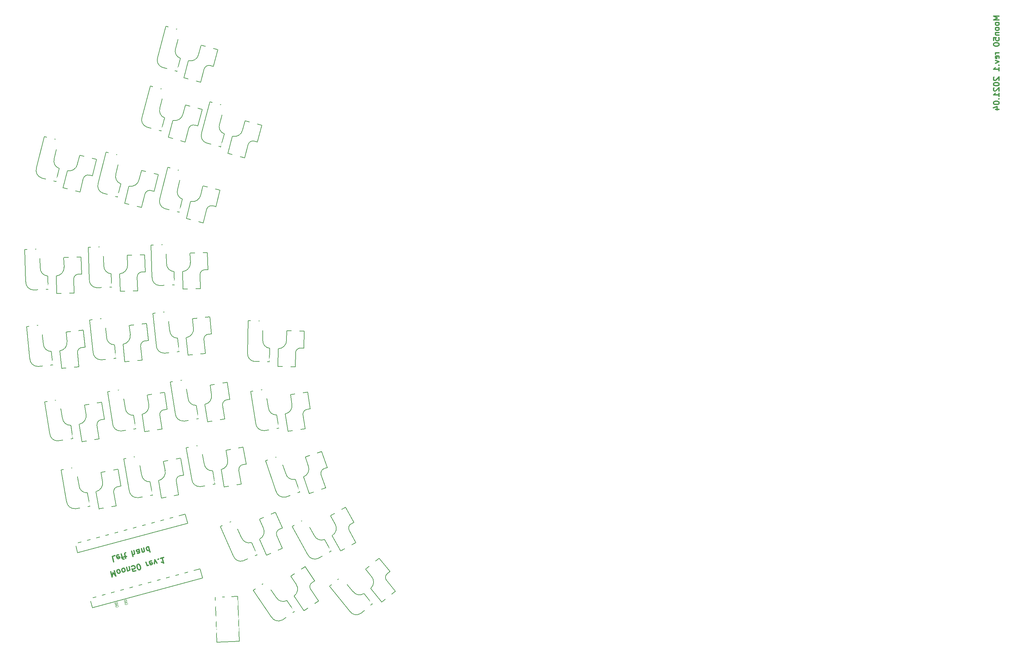
<source format=gbo>
G04 #@! TF.GenerationSoftware,KiCad,Pcbnew,(5.1.5)-3*
G04 #@! TF.CreationDate,2021-04-25T01:53:19+09:00*
G04 #@! TF.ProjectId,moon50_pcb,6d6f6f6e-3530-45f7-9063-622e6b696361,rev?*
G04 #@! TF.SameCoordinates,Original*
G04 #@! TF.FileFunction,Legend,Bot*
G04 #@! TF.FilePolarity,Positive*
%FSLAX46Y46*%
G04 Gerber Fmt 4.6, Leading zero omitted, Abs format (unit mm)*
G04 Created by KiCad (PCBNEW (5.1.5)-3) date 2021-04-25 01:53:19*
%MOMM*%
%LPD*%
G04 APERTURE LIST*
%ADD10C,0.300000*%
%ADD11C,0.150000*%
%ADD12C,0.125000*%
%ADD13C,3.102000*%
%ADD14C,0.100000*%
%ADD15C,4.102000*%
%ADD16C,2.002000*%
%ADD17C,1.802000*%
%ADD18C,5.702000*%
%ADD19C,1.402000*%
%ADD20C,1.802000*%
%ADD21C,1.302000*%
%ADD22C,1.626000*%
%ADD23C,2.102000*%
G04 APERTURE END LIST*
D10*
X279678571Y-18500000D02*
X278178571Y-18500000D01*
X279250000Y-19000000D01*
X278178571Y-19500000D01*
X279678571Y-19500000D01*
X279678571Y-20428571D02*
X279607142Y-20285714D01*
X279535714Y-20214285D01*
X279392857Y-20142857D01*
X278964285Y-20142857D01*
X278821428Y-20214285D01*
X278750000Y-20285714D01*
X278678571Y-20428571D01*
X278678571Y-20642857D01*
X278750000Y-20785714D01*
X278821428Y-20857142D01*
X278964285Y-20928571D01*
X279392857Y-20928571D01*
X279535714Y-20857142D01*
X279607142Y-20785714D01*
X279678571Y-20642857D01*
X279678571Y-20428571D01*
X279678571Y-21785714D02*
X279607142Y-21642857D01*
X279535714Y-21571428D01*
X279392857Y-21500000D01*
X278964285Y-21500000D01*
X278821428Y-21571428D01*
X278750000Y-21642857D01*
X278678571Y-21785714D01*
X278678571Y-22000000D01*
X278750000Y-22142857D01*
X278821428Y-22214285D01*
X278964285Y-22285714D01*
X279392857Y-22285714D01*
X279535714Y-22214285D01*
X279607142Y-22142857D01*
X279678571Y-22000000D01*
X279678571Y-21785714D01*
X278678571Y-22928571D02*
X279678571Y-22928571D01*
X278821428Y-22928571D02*
X278750000Y-23000000D01*
X278678571Y-23142857D01*
X278678571Y-23357142D01*
X278750000Y-23500000D01*
X278892857Y-23571428D01*
X279678571Y-23571428D01*
X278178571Y-25000000D02*
X278178571Y-24285714D01*
X278892857Y-24214285D01*
X278821428Y-24285714D01*
X278750000Y-24428571D01*
X278750000Y-24785714D01*
X278821428Y-24928571D01*
X278892857Y-25000000D01*
X279035714Y-25071428D01*
X279392857Y-25071428D01*
X279535714Y-25000000D01*
X279607142Y-24928571D01*
X279678571Y-24785714D01*
X279678571Y-24428571D01*
X279607142Y-24285714D01*
X279535714Y-24214285D01*
X278178571Y-26000000D02*
X278178571Y-26142857D01*
X278250000Y-26285714D01*
X278321428Y-26357142D01*
X278464285Y-26428571D01*
X278750000Y-26500000D01*
X279107142Y-26500000D01*
X279392857Y-26428571D01*
X279535714Y-26357142D01*
X279607142Y-26285714D01*
X279678571Y-26142857D01*
X279678571Y-26000000D01*
X279607142Y-25857142D01*
X279535714Y-25785714D01*
X279392857Y-25714285D01*
X279107142Y-25642857D01*
X278750000Y-25642857D01*
X278464285Y-25714285D01*
X278321428Y-25785714D01*
X278250000Y-25857142D01*
X278178571Y-26000000D01*
X279678571Y-28285714D02*
X278678571Y-28285714D01*
X278964285Y-28285714D02*
X278821428Y-28357142D01*
X278750000Y-28428571D01*
X278678571Y-28571428D01*
X278678571Y-28714285D01*
X279607142Y-29785714D02*
X279678571Y-29642857D01*
X279678571Y-29357142D01*
X279607142Y-29214285D01*
X279464285Y-29142857D01*
X278892857Y-29142857D01*
X278750000Y-29214285D01*
X278678571Y-29357142D01*
X278678571Y-29642857D01*
X278750000Y-29785714D01*
X278892857Y-29857142D01*
X279035714Y-29857142D01*
X279178571Y-29142857D01*
X278678571Y-30357142D02*
X279678571Y-30714285D01*
X278678571Y-31071428D01*
X279535714Y-31642857D02*
X279607142Y-31714285D01*
X279678571Y-31642857D01*
X279607142Y-31571428D01*
X279535714Y-31642857D01*
X279678571Y-31642857D01*
X279678571Y-33142857D02*
X279678571Y-32285714D01*
X279678571Y-32714285D02*
X278178571Y-32714285D01*
X278392857Y-32571428D01*
X278535714Y-32428571D01*
X278607142Y-32285714D01*
X278321428Y-34857142D02*
X278250000Y-34928571D01*
X278178571Y-35071428D01*
X278178571Y-35428571D01*
X278250000Y-35571428D01*
X278321428Y-35642857D01*
X278464285Y-35714285D01*
X278607142Y-35714285D01*
X278821428Y-35642857D01*
X279678571Y-34785714D01*
X279678571Y-35714285D01*
X278178571Y-36642857D02*
X278178571Y-36785714D01*
X278250000Y-36928571D01*
X278321428Y-37000000D01*
X278464285Y-37071428D01*
X278750000Y-37142857D01*
X279107142Y-37142857D01*
X279392857Y-37071428D01*
X279535714Y-37000000D01*
X279607142Y-36928571D01*
X279678571Y-36785714D01*
X279678571Y-36642857D01*
X279607142Y-36500000D01*
X279535714Y-36428571D01*
X279392857Y-36357142D01*
X279107142Y-36285714D01*
X278750000Y-36285714D01*
X278464285Y-36357142D01*
X278321428Y-36428571D01*
X278250000Y-36500000D01*
X278178571Y-36642857D01*
X278321428Y-37714285D02*
X278250000Y-37785714D01*
X278178571Y-37928571D01*
X278178571Y-38285714D01*
X278250000Y-38428571D01*
X278321428Y-38500000D01*
X278464285Y-38571428D01*
X278607142Y-38571428D01*
X278821428Y-38500000D01*
X279678571Y-37642857D01*
X279678571Y-38571428D01*
X279678571Y-40000000D02*
X279678571Y-39142857D01*
X279678571Y-39571428D02*
X278178571Y-39571428D01*
X278392857Y-39428571D01*
X278535714Y-39285714D01*
X278607142Y-39142857D01*
X279535714Y-40642857D02*
X279607142Y-40714285D01*
X279678571Y-40642857D01*
X279607142Y-40571428D01*
X279535714Y-40642857D01*
X279678571Y-40642857D01*
X278178571Y-41642857D02*
X278178571Y-41785714D01*
X278250000Y-41928571D01*
X278321428Y-42000000D01*
X278464285Y-42071428D01*
X278750000Y-42142857D01*
X279107142Y-42142857D01*
X279392857Y-42071428D01*
X279535714Y-42000000D01*
X279607142Y-41928571D01*
X279678571Y-41785714D01*
X279678571Y-41642857D01*
X279607142Y-41500000D01*
X279535714Y-41428571D01*
X279392857Y-41357142D01*
X279107142Y-41285714D01*
X278750000Y-41285714D01*
X278464285Y-41357142D01*
X278321428Y-41428571D01*
X278250000Y-41500000D01*
X278178571Y-41642857D01*
X278678571Y-43428571D02*
X279678571Y-43428571D01*
X278107142Y-43071428D02*
X279178571Y-42714285D01*
X279178571Y-43642857D01*
X43150193Y-162963018D02*
X42460246Y-163147889D01*
X42848474Y-164596777D01*
X44203600Y-162754706D02*
X44047124Y-162722686D01*
X43771145Y-162796634D01*
X43651643Y-162902603D01*
X43619622Y-163059080D01*
X43767519Y-163611037D01*
X43873488Y-163730539D01*
X44029964Y-163762560D01*
X44305943Y-163688612D01*
X44425445Y-163582643D01*
X44457466Y-163426166D01*
X44420492Y-163288177D01*
X43693571Y-163335058D01*
X44926895Y-163522228D02*
X45478853Y-163374331D01*
X44875060Y-162500841D02*
X45207828Y-163742746D01*
X45313797Y-163862248D01*
X45470273Y-163894268D01*
X45608262Y-163857294D01*
X45754832Y-163300383D02*
X46306789Y-163152487D01*
X46091225Y-163727885D02*
X45758458Y-162485980D01*
X45790479Y-162329504D01*
X45909981Y-162223535D01*
X46047970Y-162186561D01*
X47634848Y-161761358D02*
X48023077Y-163210247D01*
X48255801Y-161594974D02*
X48459159Y-162353916D01*
X48427138Y-162510393D01*
X48307636Y-162616361D01*
X48100652Y-162671823D01*
X47944175Y-162639802D01*
X47856693Y-162589294D01*
X49566700Y-161243720D02*
X49770058Y-162002662D01*
X49738037Y-162159138D01*
X49618535Y-162265107D01*
X49342556Y-162339055D01*
X49186080Y-162307035D01*
X49585187Y-161312715D02*
X49428711Y-161280694D01*
X49083737Y-161373129D01*
X48964235Y-161479098D01*
X48932214Y-161635575D01*
X48969188Y-161773564D01*
X49075157Y-161893066D01*
X49231634Y-161925087D01*
X49576607Y-161832652D01*
X49733084Y-161864672D01*
X50515466Y-162024775D02*
X50256647Y-161058849D01*
X50478492Y-161886786D02*
X50565974Y-161937293D01*
X50722450Y-161969314D01*
X50929434Y-161913853D01*
X51048937Y-161807884D01*
X51080957Y-161651407D01*
X50877599Y-160892465D01*
X52188499Y-160541211D02*
X52576727Y-161990100D01*
X52206986Y-160610206D02*
X52050509Y-160578185D01*
X51774531Y-160652134D01*
X51655028Y-160758102D01*
X51604521Y-160845584D01*
X51572500Y-161002061D01*
X51683423Y-161416029D01*
X51789391Y-161535531D01*
X51876873Y-161586039D01*
X52033350Y-161618059D01*
X52309328Y-161544111D01*
X52428831Y-161438142D01*
X42056913Y-167230231D02*
X42445141Y-168679120D01*
X42650798Y-167514790D01*
X43411067Y-168420301D01*
X43022839Y-166971412D01*
X43919770Y-166731080D02*
X43800267Y-166837049D01*
X43749760Y-166924531D01*
X43717739Y-167081008D01*
X43828662Y-167494976D01*
X43934630Y-167614478D01*
X44022112Y-167664986D01*
X44178589Y-167697006D01*
X44385573Y-167641545D01*
X44505075Y-167535576D01*
X44555583Y-167448094D01*
X44587603Y-167291618D01*
X44476681Y-166877650D01*
X44370712Y-166758147D01*
X44283230Y-166707640D01*
X44126754Y-166675619D01*
X43919770Y-166731080D01*
X45230669Y-166379826D02*
X45111167Y-166485795D01*
X45060659Y-166573277D01*
X45028638Y-166729753D01*
X45139561Y-167143721D01*
X45245530Y-167263224D01*
X45333012Y-167313731D01*
X45489488Y-167345752D01*
X45696472Y-167290291D01*
X45815974Y-167184322D01*
X45866482Y-167096840D01*
X45898503Y-166940364D01*
X45787580Y-166526395D01*
X45681611Y-166406893D01*
X45594130Y-166356385D01*
X45437653Y-166324365D01*
X45230669Y-166379826D01*
X46593403Y-167049959D02*
X46334584Y-166084033D01*
X46556429Y-166911969D02*
X46643911Y-166962477D01*
X46800387Y-166994497D01*
X47007371Y-166939036D01*
X47126874Y-166833067D01*
X47158894Y-166676591D01*
X46955537Y-165917649D01*
X48723659Y-166996796D02*
X48033712Y-167181667D01*
X47779847Y-166510207D01*
X47867328Y-166560715D01*
X48023805Y-166592735D01*
X48368778Y-166500300D01*
X48488281Y-166394331D01*
X48538788Y-166306849D01*
X48570809Y-166150373D01*
X48478374Y-165805399D01*
X48372405Y-165685897D01*
X48284923Y-165635389D01*
X48128446Y-165603369D01*
X47783473Y-165695804D01*
X47663971Y-165801773D01*
X47613463Y-165889255D01*
X49689585Y-166737977D02*
X49827574Y-166701003D01*
X49947077Y-166595034D01*
X49997584Y-166507553D01*
X50029605Y-166351076D01*
X50024651Y-166056610D01*
X49932216Y-165711637D01*
X49789273Y-165454145D01*
X49683304Y-165334643D01*
X49595822Y-165284135D01*
X49439346Y-165252114D01*
X49301356Y-165289089D01*
X49181854Y-165395057D01*
X49131346Y-165482539D01*
X49099326Y-165639016D01*
X49104279Y-165933482D01*
X49196715Y-166278455D01*
X49339658Y-166535947D01*
X49445627Y-166655449D01*
X49533108Y-166705957D01*
X49689585Y-166737977D01*
X51509187Y-164697502D02*
X51768006Y-165663428D01*
X51694058Y-165387449D02*
X51800026Y-165506952D01*
X51887508Y-165557459D01*
X52043985Y-165589480D01*
X52181974Y-165552506D01*
X52976563Y-164378268D02*
X52820086Y-164346248D01*
X52544107Y-164420196D01*
X52424605Y-164526165D01*
X52392585Y-164682641D01*
X52540481Y-165234599D01*
X52646450Y-165354101D01*
X52802926Y-165386122D01*
X53078905Y-165312174D01*
X53198408Y-165206205D01*
X53230428Y-165049728D01*
X53193454Y-164911739D01*
X52466533Y-164958620D01*
X53768852Y-165127303D02*
X53855007Y-164068942D01*
X54458799Y-164942432D01*
X54788912Y-163966599D02*
X54839420Y-163879117D01*
X54751938Y-163828610D01*
X54701430Y-163916091D01*
X54788912Y-163966599D01*
X54751938Y-163828610D01*
X56200827Y-163440381D02*
X55372890Y-163662226D01*
X55786858Y-163551304D02*
X56175087Y-165000192D01*
X55981636Y-164830182D01*
X55806673Y-164729167D01*
X55650196Y-164697147D01*
D11*
X44077746Y-144460293D02*
X44767111Y-144338740D01*
X44028505Y-144468976D02*
G75*
G03X42841929Y-145917022I130735J-1317311D01*
G01*
X38120777Y-145805141D02*
G75*
G03X39846263Y-143094331I-492662J2218148D01*
G01*
X38937791Y-150438662D02*
X43472248Y-149664501D01*
X39441687Y-140627102D02*
X43971803Y-139828320D01*
X42837005Y-145917890D02*
X43492527Y-149635539D01*
X38097025Y-145814407D02*
X38913171Y-150443003D01*
X39421408Y-140656063D02*
X39864211Y-143167323D01*
X44000764Y-139848599D02*
X44790863Y-144329474D01*
X35821263Y-146124296D02*
G75*
G02X33577379Y-144225090I-172339J2071545D01*
G01*
X32507860Y-150368137D02*
G75*
G02X30259342Y-148465685I-173033J2075485D01*
G01*
X32655557Y-139285113D02*
X33577781Y-144250404D01*
X32610255Y-139293101D02*
X28761627Y-139971718D01*
X28761627Y-139971718D02*
X30259342Y-148465685D01*
X32578706Y-150366814D02*
X36463773Y-149681772D01*
X36472636Y-149680209D02*
X35845766Y-146125053D01*
X92984111Y-107374836D02*
X93684005Y-107387052D01*
X92934119Y-107373963D02*
G75*
G03X91493043Y-108568995I-123022J-1318054D01*
G01*
X86879978Y-107558332D02*
G75*
G03X89091011Y-105226565I-60367J2271400D01*
G01*
X86797866Y-112262615D02*
X91396729Y-112367893D01*
X89164637Y-102727469D02*
X93763937Y-102807750D01*
X91488044Y-108568908D02*
X91422161Y-112343333D01*
X86854896Y-107562895D02*
X86772869Y-112262179D01*
X89139205Y-102752029D02*
X89094701Y-105301640D01*
X93788497Y-102833183D02*
X93709088Y-107382490D01*
X84561815Y-107432855D02*
G75*
G02X82721545Y-105140389I226098J2066368D01*
G01*
X80499526Y-110966497D02*
G75*
G02X78655326Y-108669961I226168J2070368D01*
G01*
X82759251Y-100115282D02*
X82717109Y-105165315D01*
X82713258Y-100114479D02*
X78805853Y-100046275D01*
X78805853Y-100046275D02*
X78655326Y-108669961D01*
X80569324Y-110978717D02*
X84513723Y-111047567D01*
X84522722Y-111047724D02*
X84585725Y-107438273D01*
X60819477Y-141508273D02*
X61508842Y-141386720D01*
X60770236Y-141516956D02*
G75*
G03X59583660Y-142965002I130735J-1317311D01*
G01*
X54862508Y-142853121D02*
G75*
G03X56587994Y-140142311I-492662J2218148D01*
G01*
X55679522Y-147486642D02*
X60213979Y-146712481D01*
X56183418Y-137675082D02*
X60713534Y-136876300D01*
X59578736Y-142965870D02*
X60234258Y-146683519D01*
X54838756Y-142862387D02*
X55654902Y-147490983D01*
X56163139Y-137704043D02*
X56605942Y-140215303D01*
X60742495Y-136896579D02*
X61532594Y-141377454D01*
X52562994Y-143172276D02*
G75*
G02X50319110Y-141273070I-172339J2071545D01*
G01*
X49249591Y-147416117D02*
G75*
G02X47001073Y-145513665I-173033J2075485D01*
G01*
X49397288Y-136333093D02*
X50319512Y-141298384D01*
X49351986Y-136341081D02*
X45503358Y-137019698D01*
X45503358Y-137019698D02*
X47001073Y-145513665D01*
X49320437Y-147414794D02*
X53205504Y-146729752D01*
X53214367Y-146728189D02*
X52587497Y-143173033D01*
X116159924Y-167656017D02*
X116703926Y-167215493D01*
X116121067Y-167687484D02*
G75*
G03X115785291Y-169529236I752988J-1088764D01*
G01*
X111601837Y-171720243D02*
G75*
G03X111796754Y-168512782I-1506272J1701189D01*
G01*
X114562789Y-175376715D02*
X118153394Y-172501270D01*
X110246768Y-166551038D02*
X113821639Y-163656164D01*
X115781405Y-169532383D02*
X118157089Y-172466109D01*
X111585555Y-171739862D02*
X114543361Y-175392448D01*
X110243072Y-166586200D02*
X111847839Y-168567922D01*
X113856801Y-163659860D02*
X116720208Y-167195874D01*
X109745366Y-173114209D02*
G75*
G02X106862067Y-172540982I-1155036J1728263D01*
G01*
X108904853Y-178432325D02*
G75*
G02X106015928Y-177858506I-1157553J1731372D01*
G01*
X103660875Y-168667289D02*
X106874692Y-172562928D01*
X103625126Y-168696238D02*
X100588040Y-171155622D01*
X100588040Y-171155622D02*
X106015928Y-177858506D01*
X108966175Y-178396821D02*
X112032016Y-175914152D01*
X112039011Y-175908488D02*
X109767164Y-173102992D01*
X87300620Y-155813878D02*
X87940102Y-155529162D01*
X87254943Y-155834214D02*
G75*
G03X86453927Y-157526306I445538J-1246554D01*
G01*
X81845947Y-158559900D02*
G75*
G03X82864375Y-155512178I-1014647J2033075D01*
G01*
X83759643Y-162858131D02*
X87972120Y-161009981D01*
X81874939Y-153216113D02*
X86077248Y-151345124D01*
X86449360Y-157528340D02*
X87984790Y-160976974D01*
X81825142Y-158574636D02*
X83736804Y-162868299D01*
X81862269Y-153249120D02*
X82899448Y-155578661D01*
X86110256Y-151357794D02*
X87960907Y-155514426D01*
X79691949Y-159425878D02*
G75*
G02X77055258Y-158125929I-668371J1968320D01*
G01*
X77503646Y-164345242D02*
G75*
G02X74861674Y-163043266I-669998J1971974D01*
G01*
X74965730Y-153555700D02*
X77061773Y-158150395D01*
X74923706Y-153574410D02*
X71353571Y-155163937D01*
X71353571Y-155163937D02*
X74861674Y-163043266D01*
X77572068Y-164326819D02*
X81176005Y-162722243D01*
X81184227Y-162718582D02*
X79715908Y-159420683D01*
X76433115Y-185882542D02*
X70436770Y-186091939D01*
X70436770Y-186091939D02*
X70017977Y-174099249D01*
X70017977Y-174099249D02*
X76014321Y-173889852D01*
X76014321Y-173889852D02*
X76433115Y-185882542D01*
X99299445Y-139594594D02*
X99961308Y-139366696D01*
X99252169Y-139610873D02*
G75*
G03X98306726Y-141226712I335198J-1280641D01*
G01*
X93626197Y-141854760D02*
G75*
G03X94906375Y-138907398I-833592J2113770D01*
G01*
X95157994Y-146303425D02*
X99515519Y-144829450D01*
X94120820Y-136533835D02*
X98470206Y-135036221D01*
X98301998Y-141228340D02*
X99531018Y-144797673D01*
X93604186Y-141867627D02*
X95134356Y-146311564D01*
X94105321Y-136565612D02*
X94935520Y-138976684D01*
X98501983Y-135051720D02*
X99983318Y-139353830D01*
X91404920Y-142529709D02*
G75*
G02X88891561Y-141004906I-494278J2019081D01*
G01*
X88796193Y-147239630D02*
G75*
G02X86277750Y-145712347I-495580J2022863D01*
G01*
X87208305Y-136269953D02*
X88895918Y-141029846D01*
X87164811Y-136284929D02*
X83469724Y-137557250D01*
X83469724Y-137557250D02*
X86277750Y-145712347D01*
X88865961Y-147227242D02*
X92596031Y-145942875D01*
X92604541Y-145939945D02*
X91429240Y-142526623D01*
X51395276Y-105418847D02*
X52091441Y-105345678D01*
X51345550Y-105424075D02*
G75*
G03X50060854Y-106785821I38525J-1323221D01*
G01*
X45359006Y-106344883D02*
G75*
G03X47269386Y-103761039I-336732J2247112D01*
G01*
X45850812Y-111024108D02*
X50428226Y-110568140D01*
X47037900Y-101271598D02*
X51612701Y-100790767D01*
X50055881Y-106786344D02*
X50450476Y-110540664D01*
X45334665Y-106352468D02*
X45825949Y-111026721D01*
X47015651Y-101299074D02*
X47282198Y-103835105D01*
X51640177Y-100813017D02*
X52115782Y-105338092D01*
X43042830Y-106502853D02*
G75*
G02X40936895Y-104451748I-27415J2078520D01*
G01*
X39441463Y-110505225D02*
G75*
G02X37331131Y-108450559I-27833J2082499D01*
G01*
X40361913Y-99459502D02*
X40935530Y-104477029D01*
X40316165Y-99464310D02*
X36429573Y-99872808D01*
X36429573Y-99872808D02*
X37331131Y-108450559D01*
X39512229Y-110508848D02*
X43435618Y-110096483D01*
X43444569Y-110095542D02*
X43067221Y-106505318D01*
X68828130Y-31748635D02*
X69504278Y-31929808D01*
X68779834Y-31735694D02*
G75*
G03X67092460Y-32546600I-438234J-1249140D01*
G01*
X62860926Y-30449957D02*
G75*
G03X65570385Y-28722350I490926J2218533D01*
G01*
X61643182Y-34994638D02*
X66079970Y-36209354D01*
X66246411Y-26315300D02*
X70689670Y-27505868D01*
X67087630Y-32545306D02*
X66110589Y-36191676D01*
X62835483Y-30448316D02*
X61619033Y-34988168D01*
X66215792Y-26332978D02*
X65555804Y-28796089D01*
X70707347Y-27536486D02*
X69529721Y-31931449D01*
X60641977Y-29767393D02*
G75*
G02X59410967Y-27097821I719281J1950291D01*
G01*
X55845490Y-32213313D02*
G75*
G02X54611652Y-29538843I720316J1954154D01*
G01*
X60663237Y-22231103D02*
X59400633Y-27120934D01*
X60618804Y-22219197D02*
X56843966Y-21207732D01*
X56843966Y-21207732D02*
X54611652Y-29538843D01*
X55910258Y-32242056D02*
X59720835Y-33263097D01*
X59729528Y-33265427D02*
X60663865Y-29778434D01*
X67362709Y-86387300D02*
X68062283Y-86362870D01*
X67312740Y-86389045D02*
G75*
G03X65936182Y-87657859I-53872J-1322686D01*
G01*
X61276546Y-86890010D02*
G75*
G03X63362512Y-84445722I-179161J2265127D01*
G01*
X61440748Y-91592144D02*
X66038818Y-91456591D01*
X63305245Y-81946198D02*
X67902443Y-81785660D01*
X65931185Y-87658033D02*
X66062931Y-91430734D01*
X61251736Y-86895880D02*
X61415763Y-91593016D01*
X63281133Y-81972055D02*
X63370127Y-84520502D01*
X67928300Y-81809773D02*
X68087093Y-86357001D01*
X58954993Y-86886029D02*
G75*
G02X56997265Y-84693017I117642J2075370D01*
G01*
X55083207Y-90627432D02*
G75*
G02X53121342Y-88430561I117503J2079368D01*
G01*
X56771926Y-79672823D02*
X56994140Y-84718141D01*
X56725954Y-79674428D02*
X52820334Y-79810815D01*
X52820334Y-79810815D02*
X53121342Y-88430561D01*
X55153548Y-90635982D02*
X59096145Y-90498303D01*
X59105140Y-90497989D02*
X58979153Y-86890188D01*
X106505615Y-154357423D02*
X107117849Y-154018056D01*
X106461883Y-154381664D02*
G75*
G03X105811392Y-156137129I552487J-1202978D01*
G01*
X101311029Y-157568400D02*
G75*
G03X102059955Y-154443516I-1187979J1936905D01*
G01*
X103592059Y-161683487D02*
X107627429Y-159475228D01*
X100874170Y-152242422D02*
X104897420Y-150012298D01*
X105807018Y-156139553D02*
X107637175Y-159441242D01*
X101291588Y-157584895D02*
X103570193Y-161695607D01*
X100864425Y-152276408D02*
X102100689Y-154506688D01*
X104931406Y-150022043D02*
X107137290Y-154001563D01*
X99240703Y-158618817D02*
G75*
G02X96500748Y-157553618I-837378J1902577D01*
G01*
X97489477Y-163710185D02*
G75*
G02X94744085Y-162643427I-839317J1906075D01*
G01*
X94020849Y-153182895D02*
X96509370Y-157577423D01*
X93980616Y-153205196D02*
X90562602Y-155099832D01*
X90562602Y-155099832D02*
X94744085Y-162643427D01*
X97556034Y-163685869D02*
X101006409Y-161773295D01*
X101014280Y-161768932D02*
X99264118Y-158611554D01*
X56433995Y-123861822D02*
X57125377Y-123752318D01*
X56384611Y-123869644D02*
G75*
G03X55172943Y-125296760I107724J-1319392D01*
G01*
X50454462Y-125102502D02*
G75*
G03X52226996Y-122422218I-453875J2226409D01*
G01*
X51190486Y-129749575D02*
X55737764Y-129054669D01*
X51865541Y-119948304D02*
X56408907Y-119228705D01*
X55168005Y-125297543D02*
X55758545Y-129026066D01*
X50430552Y-125111351D02*
X51165794Y-129753486D01*
X51844759Y-119976907D02*
X52243667Y-122495512D01*
X56437510Y-119249487D02*
X57149287Y-123743468D01*
X48149728Y-125381477D02*
G75*
G02X45939332Y-123443397I-136158J2074238D01*
G01*
X44762765Y-129566844D02*
G75*
G02X42547792Y-127625439I-136784J2078189D01*
G01*
X45103865Y-118488085D02*
X45939293Y-123468715D01*
X45058431Y-118495281D02*
X41198545Y-119106627D01*
X41198545Y-119106627D02*
X42547792Y-127625439D01*
X44833624Y-129566757D02*
X48730054Y-128949623D01*
X48738943Y-128948215D02*
X48174215Y-125382660D01*
X80591984Y-51982805D02*
X81268132Y-52163978D01*
X80543688Y-51969864D02*
G75*
G03X78856314Y-52780770I-438234J-1249140D01*
G01*
X74624780Y-50684127D02*
G75*
G03X77334239Y-48956520I490926J2218533D01*
G01*
X73407036Y-55228808D02*
X77843824Y-56443524D01*
X78010265Y-46549470D02*
X82453524Y-47740038D01*
X78851484Y-52779476D02*
X77874443Y-56425846D01*
X74599337Y-50682486D02*
X73382887Y-55222338D01*
X77979646Y-46567148D02*
X77319658Y-49030259D01*
X82471201Y-47770656D02*
X81293575Y-52165619D01*
X72405831Y-50001563D02*
G75*
G02X71174821Y-47331991I719281J1950291D01*
G01*
X67609344Y-52447483D02*
G75*
G02X66375506Y-49773013I720316J1954154D01*
G01*
X72427091Y-42465273D02*
X71164487Y-47355104D01*
X72382658Y-42453367D02*
X68607820Y-41441902D01*
X68607820Y-41441902D02*
X66375506Y-49773013D01*
X67674112Y-52476226D02*
X71484689Y-53497267D01*
X71493382Y-53499597D02*
X72427719Y-50012604D01*
X69447795Y-69331691D02*
X70127002Y-69501037D01*
X69399281Y-69319596D02*
G75*
G03X67726316Y-70159827I-416367J-1256598D01*
G01*
X63458834Y-68137353D02*
G75*
G03X66137730Y-66362723I452133J2226763D01*
G01*
X62320591Y-72702595D02*
X66777904Y-73839693D01*
X66771644Y-63944242D02*
X71235004Y-65057082D01*
X67721464Y-70158617D02*
X66808209Y-73821484D01*
X63433367Y-68136157D02*
X62296334Y-72696547D01*
X66741339Y-63962451D02*
X66124438Y-66436705D01*
X71253214Y-65087388D02*
X70152469Y-69502233D01*
X61228311Y-67493620D02*
G75*
G02X59950899Y-64845938I685135J1962547D01*
G01*
X56475242Y-70022878D02*
G75*
G02X55194916Y-67370348I686102J1966428D01*
G01*
X61118041Y-59958106D02*
X59940969Y-64869228D01*
X61073408Y-59946978D02*
X57281492Y-59001547D01*
X57281492Y-59001547D02*
X55194916Y-67370348D01*
X56540501Y-70050486D02*
X60368318Y-71004868D01*
X60377050Y-71007045D02*
X61250389Y-67504277D01*
X34488400Y-107195828D02*
X35184565Y-107122659D01*
X34438674Y-107201056D02*
G75*
G03X33153978Y-108562802I38525J-1323221D01*
G01*
X28452130Y-108121864D02*
G75*
G03X30362510Y-105538020I-336732J2247112D01*
G01*
X28943936Y-112801089D02*
X33521350Y-112345121D01*
X30131024Y-103048579D02*
X34705825Y-102567748D01*
X33149005Y-108563325D02*
X33543600Y-112317645D01*
X28427789Y-108129449D02*
X28919073Y-112803702D01*
X30108775Y-103076055D02*
X30375322Y-105612086D01*
X34733301Y-102589998D02*
X35208906Y-107115073D01*
X26135954Y-108279834D02*
G75*
G02X24030019Y-106228729I-27415J2078520D01*
G01*
X22534587Y-112282206D02*
G75*
G02X20424255Y-110227540I-27833J2082499D01*
G01*
X23455037Y-101236483D02*
X24028654Y-106254010D01*
X23409289Y-101241291D02*
X19522697Y-101649789D01*
X19522697Y-101649789D02*
X20424255Y-110227540D01*
X22605353Y-112285829D02*
X26528742Y-111873464D01*
X26537693Y-111872523D02*
X26160345Y-108282299D01*
X68302148Y-103641863D02*
X68998313Y-103568694D01*
X68252422Y-103647091D02*
G75*
G03X66967726Y-105008837I38525J-1323221D01*
G01*
X62265878Y-104567899D02*
G75*
G03X64176258Y-101984055I-336732J2247112D01*
G01*
X62757684Y-109247124D02*
X67335098Y-108791156D01*
X63944772Y-99494614D02*
X68519573Y-99013783D01*
X66962753Y-105009360D02*
X67357348Y-108763680D01*
X62241537Y-104575484D02*
X62732821Y-109249737D01*
X63922523Y-99522090D02*
X64189070Y-102058121D01*
X68547049Y-99036033D02*
X69022654Y-103561108D01*
X59949702Y-104725869D02*
G75*
G02X57843767Y-102674764I-27415J2078520D01*
G01*
X56348335Y-108728241D02*
G75*
G02X54238003Y-106673575I-27833J2082499D01*
G01*
X57268785Y-97682518D02*
X57842402Y-102700045D01*
X57223037Y-97687326D02*
X53336445Y-98095824D01*
X53336445Y-98095824D02*
X54238003Y-106673575D01*
X56419101Y-108731864D02*
X60342490Y-108319499D01*
X60351441Y-108318558D02*
X59974093Y-104728334D01*
X66593415Y-168979693D02*
X37151995Y-176868498D01*
X65936014Y-166526241D02*
X66593415Y-168979693D01*
X36494595Y-174415046D02*
X65936014Y-166526241D01*
X37151995Y-176868498D02*
X36494595Y-174415046D01*
X62649012Y-154258983D02*
X33207593Y-162147788D01*
X61991612Y-151805532D02*
X62649012Y-154258983D01*
X32550193Y-159694336D02*
X61991612Y-151805532D01*
X33207593Y-162147788D02*
X32550193Y-159694336D01*
X50569377Y-86974665D02*
X51268951Y-86950235D01*
X50519408Y-86976410D02*
G75*
G03X49142850Y-88245224I-53872J-1322686D01*
G01*
X44483214Y-87477375D02*
G75*
G03X46569180Y-85033087I-179161J2265127D01*
G01*
X44647416Y-92179509D02*
X49245486Y-92043956D01*
X46511913Y-82533563D02*
X51109111Y-82373025D01*
X49137853Y-88245398D02*
X49269599Y-92018099D01*
X44458404Y-87483245D02*
X44622431Y-92180381D01*
X46487801Y-82559420D02*
X46576795Y-85107867D01*
X51134968Y-82397138D02*
X51293761Y-86944366D01*
X42161661Y-87473394D02*
G75*
G02X40203933Y-85280382I117642J2075370D01*
G01*
X38289875Y-91214797D02*
G75*
G02X36328010Y-89017926I117503J2079368D01*
G01*
X39978594Y-80260188D02*
X40200808Y-85305506D01*
X39932622Y-80261793D02*
X36027002Y-80398180D01*
X36027002Y-80398180D02*
X36328010Y-89017926D01*
X38360216Y-91223347D02*
X42302813Y-91085668D01*
X42311808Y-91085354D02*
X42185821Y-87477553D01*
X94729521Y-123759827D02*
X95420903Y-123650323D01*
X94680137Y-123767649D02*
G75*
G03X93468469Y-125194765I107724J-1319392D01*
G01*
X88749988Y-125000507D02*
G75*
G03X90522522Y-122320223I-453875J2226409D01*
G01*
X89486012Y-129647580D02*
X94033290Y-128952674D01*
X90161067Y-119846309D02*
X94704433Y-119126710D01*
X93463531Y-125195548D02*
X94054071Y-128924071D01*
X88726078Y-125009356D02*
X89461320Y-129651491D01*
X90140285Y-119874912D02*
X90539193Y-122393517D01*
X94733036Y-119147492D02*
X95444813Y-123641473D01*
X86445254Y-125279482D02*
G75*
G02X84234858Y-123341402I-136158J2074238D01*
G01*
X83058291Y-129464849D02*
G75*
G02X80843318Y-127523444I-136784J2078189D01*
G01*
X83399391Y-118386090D02*
X84234819Y-123366720D01*
X83353957Y-118393286D02*
X79494071Y-119004632D01*
X79494071Y-119004632D02*
X80843318Y-127523444D01*
X83129150Y-129464762D02*
X87025580Y-128847628D01*
X87034469Y-128846220D02*
X86469741Y-125280665D01*
X96029271Y-170090355D02*
X96609597Y-169698920D01*
X95987819Y-170118314D02*
G75*
G03X95492801Y-171923794I655231J-1150249D01*
G01*
X91134307Y-173741852D02*
G75*
G03X91608032Y-170563585I-1352271J1825996D01*
G01*
X93765310Y-177642474D02*
X97592863Y-175090913D01*
X90234921Y-168474215D02*
X94048493Y-165901928D01*
X95488656Y-171926590D02*
X97599609Y-175056207D01*
X91116377Y-173759978D02*
X93744584Y-177656454D01*
X90228174Y-168508921D02*
X91654116Y-170622967D01*
X94083199Y-165908674D02*
X96627527Y-169680795D01*
X89163410Y-174968712D02*
G75*
G02X86341042Y-174146370I-1000013J1822355D01*
G01*
X87862590Y-180193335D02*
G75*
G02X85034670Y-179369913I-1002249J1825671D01*
G01*
X83489646Y-170008415D02*
X86351706Y-174169332D01*
X83451510Y-170034138D02*
X80211631Y-172219464D01*
X80211631Y-172219464D02*
X85034670Y-179369913D01*
X87926773Y-180163311D02*
X91197327Y-177957295D01*
X91204788Y-177952262D02*
X89186102Y-174959436D01*
X77561208Y-138556256D02*
X78250573Y-138434703D01*
X77511967Y-138564939D02*
G75*
G03X76325391Y-140012985I130735J-1317311D01*
G01*
X71604239Y-139901104D02*
G75*
G03X73329725Y-137190294I-492662J2218148D01*
G01*
X72421253Y-144534625D02*
X76955710Y-143760464D01*
X72925149Y-134723065D02*
X77455265Y-133924283D01*
X76320467Y-140013853D02*
X76975989Y-143731502D01*
X71580487Y-139910370D02*
X72396633Y-144538966D01*
X72904870Y-134752026D02*
X73347673Y-137263286D01*
X77484226Y-133944562D02*
X78274325Y-138425437D01*
X69304725Y-140220259D02*
G75*
G02X67060841Y-138321053I-172339J2071545D01*
G01*
X65991322Y-144464100D02*
G75*
G02X63742804Y-142561648I-173033J2075485D01*
G01*
X66139019Y-133381076D02*
X67061243Y-138346367D01*
X66093717Y-133389064D02*
X62245089Y-134067681D01*
X62245089Y-134067681D02*
X63742804Y-142561648D01*
X66062168Y-144462777D02*
X69947235Y-143777735D01*
X69956098Y-143776172D02*
X69329228Y-140221016D01*
X64654211Y-47712293D02*
X65330359Y-47893466D01*
X64605915Y-47699352D02*
G75*
G03X62918541Y-48510258I-438234J-1249140D01*
G01*
X58687007Y-46413615D02*
G75*
G03X61396466Y-44686008I490926J2218533D01*
G01*
X57469263Y-50958296D02*
X61906051Y-52173012D01*
X62072492Y-42278958D02*
X66515751Y-43469526D01*
X62913711Y-48508964D02*
X61936670Y-52155334D01*
X58661564Y-46411974D02*
X57445114Y-50951826D01*
X62041873Y-42296636D02*
X61381885Y-44759747D01*
X66533428Y-43500144D02*
X65355802Y-47895107D01*
X56468058Y-45731051D02*
G75*
G02X55237048Y-43061479I719281J1950291D01*
G01*
X51671571Y-48176971D02*
G75*
G02X50437733Y-45502501I720316J1954154D01*
G01*
X56489318Y-38194761D02*
X55226714Y-43084592D01*
X56444885Y-38182855D02*
X52670047Y-37171390D01*
X52670047Y-37171390D02*
X50437733Y-45502501D01*
X51736339Y-48205714D02*
X55546916Y-49226755D01*
X55555609Y-49229085D02*
X56489946Y-45742092D01*
X36460160Y-61096648D02*
X37139367Y-61265994D01*
X36411646Y-61084553D02*
G75*
G03X34738681Y-61924784I-416367J-1256598D01*
G01*
X30471199Y-59902310D02*
G75*
G03X33150095Y-58127680I452133J2226763D01*
G01*
X29332956Y-64467552D02*
X33790269Y-65604650D01*
X33784009Y-55709199D02*
X38247369Y-56822039D01*
X34733829Y-61923574D02*
X33820574Y-65586441D01*
X30445732Y-59901114D02*
X29308699Y-64461504D01*
X33753704Y-55727408D02*
X33136803Y-58201662D01*
X38265579Y-56852345D02*
X37164834Y-61267190D01*
X28240676Y-59258577D02*
G75*
G02X26963264Y-56610895I685135J1962547D01*
G01*
X23487607Y-61787835D02*
G75*
G02X22207281Y-59135305I686102J1966428D01*
G01*
X28130406Y-51723063D02*
X26953334Y-56634185D01*
X28085773Y-51711935D02*
X24293857Y-50766504D01*
X24293857Y-50766504D02*
X22207281Y-59135305D01*
X23552866Y-61815443D02*
X27380683Y-62769825D01*
X27389415Y-62772002D02*
X28262754Y-59269234D01*
X52952768Y-65219020D02*
X53631975Y-65388366D01*
X52904254Y-65206925D02*
G75*
G03X51231289Y-66047156I-416367J-1256598D01*
G01*
X46963807Y-64024682D02*
G75*
G03X49642703Y-62250052I452133J2226763D01*
G01*
X45825564Y-68589924D02*
X50282877Y-69727022D01*
X50276617Y-59831571D02*
X54739977Y-60944411D01*
X51226437Y-66045946D02*
X50313182Y-69708813D01*
X46938340Y-64023486D02*
X45801307Y-68583876D01*
X50246312Y-59849780D02*
X49629411Y-62324034D01*
X54758187Y-60974717D02*
X53657442Y-65389562D01*
X44733284Y-63380949D02*
G75*
G02X43455872Y-60733267I685135J1962547D01*
G01*
X39980215Y-65910207D02*
G75*
G02X38699889Y-63257677I686102J1966428D01*
G01*
X44623014Y-55845435D02*
X43445942Y-60756557D01*
X44578381Y-55834307D02*
X40786465Y-54888876D01*
X40786465Y-54888876D02*
X38699889Y-63257677D01*
X40045474Y-65937815D02*
X43873291Y-66892197D01*
X43882023Y-66894374D02*
X44755362Y-63391606D01*
X39643296Y-126521208D02*
X40334678Y-126411704D01*
X39593912Y-126529030D02*
G75*
G03X38382244Y-127956146I107724J-1319392D01*
G01*
X33663763Y-127761888D02*
G75*
G03X35436297Y-125081604I-453875J2226409D01*
G01*
X34399787Y-132408961D02*
X38947065Y-131714055D01*
X35074842Y-122607690D02*
X39618208Y-121888091D01*
X38377306Y-127956929D02*
X38967846Y-131685452D01*
X33639853Y-127770737D02*
X34375095Y-132412872D01*
X35054060Y-122636293D02*
X35452968Y-125154898D01*
X39646811Y-121908873D02*
X40358588Y-126402854D01*
X31359029Y-128040863D02*
G75*
G02X29148633Y-126102783I-136158J2074238D01*
G01*
X27972066Y-132226230D02*
G75*
G02X25757093Y-130284825I-136784J2078189D01*
G01*
X28313166Y-121147471D02*
X29148594Y-126128101D01*
X28267732Y-121154667D02*
X24407846Y-121766013D01*
X24407846Y-121766013D02*
X25757093Y-130284825D01*
X28042925Y-132226143D02*
X31939355Y-131609009D01*
X31948244Y-131607601D02*
X31383516Y-128042046D01*
X73224695Y-121202436D02*
X73916077Y-121092932D01*
X73175311Y-121210258D02*
G75*
G03X71963643Y-122637374I107724J-1319392D01*
G01*
X67245162Y-122443116D02*
G75*
G03X69017696Y-119762832I-453875J2226409D01*
G01*
X67981186Y-127090189D02*
X72528464Y-126395283D01*
X68656241Y-117288918D02*
X73199607Y-116569319D01*
X71958705Y-122638157D02*
X72549245Y-126366680D01*
X67221252Y-122451965D02*
X67956494Y-127094100D01*
X68635459Y-117317521D02*
X69034367Y-119836126D01*
X73228210Y-116590101D02*
X73939987Y-121084082D01*
X64940428Y-122722091D02*
G75*
G02X62730032Y-120784011I-136158J2074238D01*
G01*
X61553465Y-126907458D02*
G75*
G02X59338492Y-124966053I-136784J2078189D01*
G01*
X61894565Y-115828699D02*
X62729993Y-120809329D01*
X61849131Y-115835895D02*
X57989245Y-116447241D01*
X57989245Y-116447241D02*
X59338492Y-124966053D01*
X61624324Y-126907371D02*
X65520754Y-126290237D01*
X65529643Y-126288829D02*
X64964915Y-122723274D01*
X33579735Y-87567956D02*
X34279309Y-87543526D01*
X33529766Y-87569701D02*
G75*
G03X32153208Y-88838515I-53872J-1322686D01*
G01*
X27493572Y-88070666D02*
G75*
G03X29579538Y-85626378I-179161J2265127D01*
G01*
X27657774Y-92772800D02*
X32255844Y-92637247D01*
X29522271Y-83126854D02*
X34119469Y-82966316D01*
X32148211Y-88838689D02*
X32279957Y-92611390D01*
X27468762Y-88076536D02*
X27632789Y-92773672D01*
X29498159Y-83152711D02*
X29587153Y-85701158D01*
X34145326Y-82990429D02*
X34304119Y-87537657D01*
X25172019Y-88066685D02*
G75*
G02X23214291Y-85873673I117642J2075370D01*
G01*
X21300233Y-91808088D02*
G75*
G02X19338368Y-89611217I117503J2079368D01*
G01*
X22988952Y-80853479D02*
X23211166Y-85898797D01*
X22942980Y-80855084D02*
X19037360Y-80991471D01*
X19037360Y-80991471D02*
X19338368Y-89611217D01*
X21370574Y-91816638D02*
X25313171Y-91678959D01*
X25322166Y-91678645D02*
X25196179Y-88070844D01*
D12*
X46491321Y-175680783D02*
X46538143Y-175717536D01*
X46556631Y-175786531D01*
X46540620Y-175864769D01*
X46483950Y-175929253D01*
X46421118Y-175970738D01*
X46289291Y-176030710D01*
X46185799Y-176058441D01*
X46041647Y-176072417D01*
X45966490Y-176067906D01*
X45885171Y-176040396D01*
X45832186Y-175980645D01*
X45819861Y-175934649D01*
X45835872Y-175856410D01*
X45864207Y-175824169D01*
X46105688Y-175759464D01*
X46130338Y-175851457D01*
X45739751Y-175635672D02*
X46464195Y-175441557D01*
X45665803Y-175359693D01*
X46390247Y-175165578D01*
X45604179Y-175129710D02*
X46328623Y-174935596D01*
X46297812Y-174820605D01*
X46244827Y-174760854D01*
X46163508Y-174733344D01*
X46088351Y-174728833D01*
X45944199Y-174742809D01*
X45840707Y-174770540D01*
X45708880Y-174830512D01*
X45646047Y-174871997D01*
X45589377Y-174936481D01*
X45573367Y-175014719D01*
X45604179Y-175129710D01*
X44037870Y-176338184D02*
X44084692Y-176374937D01*
X44103180Y-176443932D01*
X44087169Y-176522170D01*
X44030499Y-176586654D01*
X43967667Y-176628139D01*
X43835840Y-176688111D01*
X43732348Y-176715842D01*
X43588196Y-176729818D01*
X43513039Y-176725307D01*
X43431720Y-176697797D01*
X43378735Y-176638046D01*
X43366410Y-176592050D01*
X43382421Y-176513811D01*
X43410756Y-176481570D01*
X43652237Y-176416865D01*
X43676887Y-176508858D01*
X43286300Y-176293073D02*
X44010744Y-176098958D01*
X43212352Y-176017094D01*
X43936796Y-175822979D01*
X43150728Y-175787111D02*
X43875172Y-175592997D01*
X43844361Y-175478006D01*
X43791376Y-175418255D01*
X43710057Y-175390745D01*
X43634900Y-175386234D01*
X43490748Y-175400210D01*
X43387256Y-175427941D01*
X43255429Y-175487913D01*
X43192596Y-175529398D01*
X43135926Y-175593882D01*
X43119916Y-175672120D01*
X43150728Y-175787111D01*
%LPC*%
D13*
X33132759Y-140206242D03*
X31734013Y-146900837D03*
X39071318Y-137950756D03*
D14*
G36*
X40128572Y-149999209D02*
G01*
X42198638Y-149634201D01*
X42563646Y-151704267D01*
X40493580Y-152069275D01*
X40128572Y-149999209D01*
G37*
G36*
X40411066Y-138932019D02*
G01*
X42481132Y-138567010D01*
X42828776Y-140538595D01*
X40758710Y-140903604D01*
X40411066Y-138932019D01*
G37*
D13*
X40807800Y-147798834D03*
X42106136Y-142492769D03*
D14*
G36*
X33774994Y-149901004D02*
G01*
X35845060Y-149535996D01*
X36210068Y-151606062D01*
X34140002Y-151971070D01*
X33774994Y-149901004D01*
G37*
D13*
X30851880Y-141898014D03*
D15*
X36295770Y-143517293D03*
D16*
X37250835Y-148933736D03*
X35340705Y-138100850D03*
D17*
X35413637Y-138514470D03*
X37177903Y-148520116D03*
D13*
X34455958Y-147710477D03*
D14*
G36*
X29102980Y-138031973D02*
G01*
X31173046Y-137666965D01*
X31538054Y-139737031D01*
X29467988Y-140102039D01*
X29102980Y-138031973D01*
G37*
D18*
X258448400Y-19000000D03*
X277448400Y-181000000D03*
X177448400Y-19600000D03*
X220448400Y-180000000D03*
X110000000Y-19000000D03*
X129000000Y-181000000D03*
X167000000Y-20000000D03*
X210000000Y-180400000D03*
X75999600Y-20000000D03*
X18999600Y-19000000D03*
X37999600Y-181000000D03*
X118999600Y-180400000D03*
D14*
G36*
X48479771Y-52322836D02*
G01*
X48140597Y-53683191D01*
X46316441Y-53228378D01*
X46655615Y-51868023D01*
X48479771Y-52322836D01*
G37*
D19*
X41808233Y-51381894D02*
X41344431Y-51266256D01*
D14*
G36*
X42514409Y-75797971D02*
G01*
X42563338Y-77199116D01*
X40684483Y-77264727D01*
X40635554Y-75863582D01*
X42514409Y-75797971D01*
G37*
D19*
X35841956Y-76732404D02*
X35364248Y-76749086D01*
D14*
G36*
X31984742Y-48210161D02*
G01*
X31645568Y-49570516D01*
X29821412Y-49115703D01*
X30160586Y-47755348D01*
X31984742Y-48210161D01*
G37*
D19*
X25313204Y-47269219D02*
X24849402Y-47153581D01*
D13*
X83051926Y-101110541D03*
X80401490Y-107415245D03*
X89311744Y-100029625D03*
D14*
G36*
X88050620Y-112058448D02*
G01*
X90152299Y-112095133D01*
X90115614Y-114196812D01*
X88013935Y-114160127D01*
X88050620Y-112058448D01*
G37*
G36*
X90439643Y-101248496D02*
G01*
X92541323Y-101285181D01*
X92506383Y-103286876D01*
X90404703Y-103250191D01*
X90439643Y-101248496D01*
G37*
D13*
X89137219Y-110028102D03*
X91424146Y-105067259D03*
D14*
G36*
X81832513Y-110749728D02*
G01*
X83934192Y-110786413D01*
X83897507Y-112888092D01*
X81795828Y-112851407D01*
X81832513Y-110749728D01*
G37*
D13*
X80490148Y-102336019D03*
D15*
X85525045Y-104964290D03*
D16*
X85429057Y-110463452D03*
X85621033Y-99465128D03*
D17*
X85613703Y-99885064D03*
X85436387Y-110043516D03*
D13*
X82918938Y-108729381D03*
D14*
G36*
X79511055Y-98207303D02*
G01*
X81612734Y-98243988D01*
X81576049Y-100345667D01*
X79474370Y-100308982D01*
X79511055Y-98207303D01*
G37*
G36*
X47243783Y-113803466D02*
G01*
X47463105Y-115188205D01*
X45606251Y-115482302D01*
X45386929Y-114097563D01*
X47243783Y-113803466D01*
G37*
D19*
X40734945Y-115544102D02*
X40262829Y-115618878D01*
D14*
G36*
X64497232Y-18702167D02*
G01*
X64134368Y-20056395D01*
X62318428Y-19569815D01*
X62681292Y-18215587D01*
X64497232Y-18702167D01*
G37*
D19*
X57843132Y-17644935D02*
X57381420Y-17521219D01*
D14*
G36*
X34638943Y-134466495D02*
G01*
X34882398Y-135847196D01*
X33030959Y-136173655D01*
X32787504Y-134792954D01*
X34638943Y-134466495D01*
G37*
D19*
X28161474Y-136320463D02*
X27690736Y-136403467D01*
D13*
X49874490Y-137254222D03*
X48475744Y-143948817D03*
X55813049Y-134998736D03*
D14*
G36*
X56870303Y-147047189D02*
G01*
X58940369Y-146682181D01*
X59305377Y-148752247D01*
X57235311Y-149117255D01*
X56870303Y-147047189D01*
G37*
G36*
X57152797Y-135979999D02*
G01*
X59222863Y-135614990D01*
X59570507Y-137586575D01*
X57500441Y-137951584D01*
X57152797Y-135979999D01*
G37*
D13*
X57549531Y-144846814D03*
X58847867Y-139540749D03*
D14*
G36*
X50516725Y-146948984D02*
G01*
X52586791Y-146583976D01*
X52951799Y-148654042D01*
X50881733Y-149019050D01*
X50516725Y-146948984D01*
G37*
D13*
X47593611Y-138945994D03*
D15*
X53037501Y-140565273D03*
D16*
X53992566Y-145981716D03*
X52082436Y-135148830D03*
D17*
X52155368Y-135562450D03*
X53919634Y-145568096D03*
D13*
X51197689Y-144758457D03*
D14*
G36*
X45844711Y-135079953D02*
G01*
X47914777Y-134714945D01*
X48279785Y-136785011D01*
X46209719Y-137150019D01*
X45844711Y-135079953D01*
G37*
G36*
X75750878Y-148410530D02*
G01*
X76321123Y-149691321D01*
X74603658Y-150455986D01*
X74033413Y-149175195D01*
X75750878Y-148410530D01*
G37*
D19*
X69914333Y-151776468D02*
X69477659Y-151970888D01*
D13*
X104524818Y-169241575D03*
X106547051Y-175774925D03*
X108625317Y-164389812D03*
D14*
G36*
X115391218Y-174415059D02*
G01*
X117024779Y-173092228D01*
X118347610Y-174725789D01*
X116714049Y-176048620D01*
X115391218Y-174415059D01*
G37*
G36*
X110272813Y-164598521D02*
G01*
X111906374Y-163275689D01*
X113166273Y-164831535D01*
X111532712Y-166154367D01*
X110272813Y-164598521D01*
G37*
D13*
X114918521Y-172161271D03*
X113481640Y-166891037D03*
D14*
G36*
X109786643Y-177409443D02*
G01*
X111420204Y-176086612D01*
X112743035Y-177720173D01*
X111109474Y-179043004D01*
X109786643Y-177409443D01*
G37*
D13*
X103350104Y-171827024D03*
D15*
X108896479Y-170604027D03*
D16*
X112357741Y-174878330D03*
X105435217Y-166329724D03*
D17*
X105699531Y-166656126D03*
X112093427Y-174551928D03*
D13*
X109320239Y-175163427D03*
D14*
G36*
X99946187Y-169293592D02*
G01*
X101579748Y-167970761D01*
X102902579Y-169604322D01*
X101269018Y-170927153D01*
X99946187Y-169293592D01*
G37*
G36*
X76197984Y-39030537D02*
G01*
X75835120Y-40384765D01*
X74019180Y-39898185D01*
X74382044Y-38543957D01*
X76197984Y-39030537D01*
G37*
D19*
X69543884Y-37973305D02*
X69082172Y-37849589D01*
D13*
X75651598Y-154334022D03*
X75913970Y-161168147D03*
X80868105Y-150708866D03*
D14*
G36*
X84808739Y-162143656D02*
G01*
X86729011Y-161288696D01*
X87583971Y-163208968D01*
X85663699Y-164063928D01*
X84808739Y-162143656D01*
G37*
G36*
X82405446Y-151336867D02*
G01*
X84325719Y-150481907D01*
X85140006Y-152310825D01*
X83219733Y-153165785D01*
X82405446Y-151336867D01*
G37*
D13*
X84935471Y-159844321D03*
X84911588Y-154381773D03*
D14*
G36*
X78620131Y-163585438D02*
G01*
X80540403Y-162730478D01*
X81395363Y-164650750D01*
X79475091Y-165505710D01*
X78620131Y-163585438D01*
G37*
D13*
X73847748Y-156527336D03*
D15*
X79521670Y-156781519D03*
D16*
X81758722Y-161806019D03*
X77284618Y-151757019D03*
D17*
X77455448Y-152140708D03*
X81587892Y-161422330D03*
D13*
X78750931Y-161295238D03*
D14*
G36*
X71215518Y-153199231D02*
G01*
X73135790Y-152344271D01*
X73990750Y-154264543D01*
X72070478Y-155119503D01*
X71215518Y-153199231D01*
G37*
G36*
X68122407Y-128562455D02*
G01*
X68365862Y-129943156D01*
X66514423Y-130269615D01*
X66270968Y-128888914D01*
X68122407Y-128562455D01*
G37*
D19*
X61644938Y-130416423D02*
X61174200Y-130499427D01*
D14*
G36*
X30380347Y-116364201D02*
G01*
X30599669Y-117748940D01*
X28742815Y-118043037D01*
X28523493Y-116658298D01*
X30380347Y-116364201D01*
G37*
D19*
X23871509Y-118104837D02*
X23399393Y-118179613D01*
D14*
G36*
X103047802Y-163582699D02*
G01*
X103930109Y-164672257D01*
X102469074Y-165855379D01*
X101586767Y-164765821D01*
X103047802Y-163582699D01*
G37*
D19*
X98281300Y-168344553D02*
X97909824Y-168645369D01*
D14*
G36*
X50682365Y-32963066D02*
G01*
X52036593Y-33325930D01*
X51550013Y-35141870D01*
X50195785Y-34779006D01*
X50682365Y-32963066D01*
G37*
D19*
X49625133Y-39617166D02*
X49501417Y-40078878D01*
D20*
X73386876Y-174581970D02*
X73358956Y-173782458D01*
X69241783Y-176227634D02*
X69213863Y-175428122D01*
X69381381Y-180225198D02*
X69353461Y-179425686D01*
X69486080Y-183223370D02*
X69458160Y-182423858D01*
D21*
X71389363Y-177553493D03*
X71633660Y-184549229D03*
D20*
X75327757Y-180017546D02*
X75299837Y-179218034D01*
X75432455Y-183015718D02*
X75404535Y-182216206D01*
X70938368Y-174667474D02*
X70910448Y-173867962D01*
X75188159Y-176019982D02*
X75160239Y-175220470D01*
D21*
X73382594Y-184488155D03*
X73138297Y-177492419D03*
D14*
G36*
X25524766Y-76391261D02*
G01*
X25573695Y-77792406D01*
X23694840Y-77858017D01*
X23645911Y-76456872D01*
X25524766Y-76391261D01*
G37*
D19*
X18852313Y-77325694D02*
X18374605Y-77342376D01*
D14*
G36*
X42865051Y-94670619D02*
G01*
X43011600Y-96064939D01*
X41141899Y-96261453D01*
X40995350Y-94867133D01*
X42865051Y-94670619D01*
G37*
D19*
X36274034Y-96068224D02*
X35798652Y-96118188D01*
D14*
G36*
X25760544Y-96719748D02*
G01*
X25907093Y-98114068D01*
X24037392Y-98310582D01*
X23890843Y-96916262D01*
X25760544Y-96719748D01*
G37*
D19*
X19169527Y-98117353D02*
X18694145Y-98167317D01*
D13*
X87823728Y-137105090D03*
X87489469Y-143936076D03*
X93336338Y-133948378D03*
D14*
G36*
X96265369Y-145683103D02*
G01*
X98252849Y-144998759D01*
X98937193Y-146986239D01*
X96949713Y-147670583D01*
X96265369Y-145683103D01*
G37*
G36*
X94813095Y-134707977D02*
G01*
X96800575Y-134023633D01*
X97452363Y-135916561D01*
X95464883Y-136600905D01*
X94813095Y-134707977D01*
G37*
D13*
X96592020Y-143403564D03*
X97044320Y-137959721D03*
D14*
G36*
X89974651Y-146580026D02*
G01*
X91962131Y-145895682D01*
X92646475Y-147883162D01*
X90658995Y-148567506D01*
X89974651Y-146580026D01*
G37*
D13*
X85835583Y-139132842D03*
D15*
X91465760Y-139880573D03*
D16*
X93256385Y-145080925D03*
X89675135Y-134680221D03*
D17*
X89811874Y-135077339D03*
X93119646Y-144683807D03*
D13*
X90304557Y-144309942D03*
D14*
G36*
X83503432Y-135587987D02*
G01*
X85490912Y-134903643D01*
X86175256Y-136891123D01*
X84187776Y-137575467D01*
X83503432Y-135587987D01*
G37*
D13*
X40773698Y-100411675D03*
X38911368Y-106992391D03*
X46855126Y-98575936D03*
D14*
G36*
X47069347Y-110668790D02*
G01*
X49159832Y-110449071D01*
X49379551Y-112539556D01*
X47289066Y-112759275D01*
X47069347Y-110668790D01*
G37*
G36*
X48123160Y-99648265D02*
G01*
X50213646Y-99428546D01*
X50422912Y-101419579D01*
X48332426Y-101639298D01*
X48123160Y-99648265D01*
G37*
D13*
X47900410Y-108521155D03*
X49565716Y-103318583D03*
D14*
G36*
X40738096Y-110127621D02*
G01*
X42828581Y-109907902D01*
X43048300Y-111998387D01*
X40957815Y-112218106D01*
X40738096Y-110127621D01*
G37*
D13*
X38380363Y-101940220D03*
D15*
X43698037Y-103935301D03*
D16*
X44272944Y-109405171D03*
X43123130Y-98465431D03*
D17*
X43167032Y-98883130D03*
X44229042Y-108987472D03*
D13*
X41570205Y-107989932D03*
D14*
G36*
X36905404Y-97961600D02*
G01*
X38995889Y-97741881D01*
X39215608Y-99832366D01*
X37125123Y-100052085D01*
X36905404Y-97961600D01*
G37*
G36*
X94170101Y-148107957D02*
G01*
X94849804Y-149334173D01*
X93205519Y-150245615D01*
X92525816Y-149019399D01*
X94170101Y-148107957D01*
G37*
D19*
X88649126Y-151969775D02*
X88231058Y-152201513D01*
D14*
G36*
X63961750Y-111045433D02*
G01*
X64181072Y-112430172D01*
X62324218Y-112724269D01*
X62104896Y-111339530D01*
X63961750Y-111045433D01*
G37*
D19*
X57452912Y-112786069D02*
X56980796Y-112860845D01*
D13*
X60706443Y-23267603D03*
X56609490Y-28743832D03*
X67041815Y-23733182D03*
D14*
G36*
X62908116Y-35099604D02*
G01*
X64938492Y-35643642D01*
X64394454Y-37674018D01*
X62364078Y-37129980D01*
X62908116Y-35099604D01*
G37*
G36*
X67841340Y-25188710D02*
G01*
X69871716Y-25732748D01*
X69353560Y-27666532D01*
X67323184Y-27122494D01*
X67841340Y-25188710D01*
G37*
D13*
X64453624Y-33392441D03*
X67872756Y-29132213D03*
D14*
G36*
X57191322Y-32325462D02*
G01*
X59221698Y-32869500D01*
X58677660Y-34899876D01*
X56647284Y-34355838D01*
X57191322Y-32325462D01*
G37*
D13*
X57924291Y-23836929D03*
D15*
X62173794Y-27605181D03*
D16*
X60750289Y-32917773D03*
X63597299Y-22292589D03*
D17*
X63488595Y-22698278D03*
X60858993Y-32512084D03*
D13*
X58734242Y-30627958D03*
D14*
G36*
X57973108Y-19593989D02*
G01*
X60003484Y-20138027D01*
X59459446Y-22168403D01*
X57429070Y-21624365D01*
X57973108Y-19593989D01*
G37*
D13*
X57116287Y-80651401D03*
X54799446Y-87086177D03*
X63310956Y-79244353D03*
D14*
G36*
X62681100Y-91322693D02*
G01*
X64781819Y-91249334D01*
X64855178Y-93350053D01*
X62754459Y-93423412D01*
X62681100Y-91322693D01*
G37*
G36*
X64501100Y-80402523D02*
G01*
X66601819Y-80329164D01*
X66671688Y-82329945D01*
X64570969Y-82403304D01*
X64501100Y-80402523D01*
G37*
D13*
X63659951Y-89238261D03*
X65684113Y-84164528D03*
D14*
G36*
X56403022Y-90341196D02*
G01*
X58503741Y-90267837D01*
X58577100Y-92368556D01*
X56476381Y-92441915D01*
X56403022Y-90341196D01*
G37*
D13*
X54622157Y-82009272D03*
D15*
X59787707Y-84370435D03*
D16*
X59979654Y-89867085D03*
X59595760Y-78873785D03*
D17*
X59610418Y-79293530D03*
X59964996Y-89447340D03*
D13*
X57382221Y-88266759D03*
D14*
G36*
X53428325Y-77937456D02*
G01*
X55529044Y-77864097D01*
X55602403Y-79964816D01*
X53501684Y-80038175D01*
X53428325Y-77937456D01*
G37*
D13*
X94771942Y-153898477D03*
X95628949Y-160683729D03*
X99652646Y-149832468D03*
D14*
G36*
X104574892Y-160880296D02*
G01*
X106413342Y-159861226D01*
X107432412Y-161699676D01*
X105593962Y-162718746D01*
X104574892Y-160880296D01*
G37*
G36*
X101238870Y-150324091D02*
G01*
X103077321Y-149305021D01*
X104047910Y-151056009D01*
X102209459Y-152075079D01*
X101238870Y-150324091D01*
G37*
D13*
X104500742Y-158578665D03*
X104000857Y-153138985D03*
D14*
G36*
X98535493Y-162855964D02*
G01*
X100373943Y-161836894D01*
X101393013Y-163675344D01*
X99554563Y-164694414D01*
X98535493Y-162855964D01*
G37*
D13*
X93166116Y-156240661D03*
D15*
X98840601Y-155999362D03*
D16*
X101507054Y-160809770D03*
X96174148Y-151188954D03*
D17*
X96377768Y-151556294D03*
X101303434Y-160442430D03*
D13*
X98466192Y-160563080D03*
D14*
G36*
X90253839Y-153154635D02*
G01*
X92092289Y-152135565D01*
X93111359Y-153974015D01*
X91272909Y-154993085D01*
X90253839Y-153154635D01*
G37*
D13*
X45564918Y-119417402D03*
X44049549Y-126086566D03*
X51541937Y-117265902D03*
D14*
G36*
X52388755Y-129330971D02*
G01*
X54464876Y-129002146D01*
X54793701Y-131078267D01*
X52717580Y-131407092D01*
X52388755Y-129330971D01*
G37*
G36*
X52864356Y-118270397D02*
G01*
X54940477Y-117941571D01*
X55253658Y-119918923D01*
X53177537Y-120247749D01*
X52864356Y-118270397D01*
G37*
D13*
X53106281Y-127142785D03*
X54497023Y-121860188D03*
D14*
G36*
X46037858Y-129121896D02*
G01*
X48113979Y-128793071D01*
X48442804Y-130869192D01*
X46366683Y-131198017D01*
X46037858Y-129121896D01*
G37*
D13*
X43254862Y-121069110D03*
D15*
X48669662Y-122783151D03*
D16*
X49530052Y-128215437D03*
X47809272Y-117350865D03*
D17*
X47874975Y-117765694D03*
X49464349Y-127800608D03*
D13*
X46756949Y-126943587D03*
D14*
G36*
X41573699Y-117173135D02*
G01*
X43649820Y-116844310D01*
X43978645Y-118920431D01*
X41902524Y-119249256D01*
X41573699Y-117173135D01*
G37*
G36*
X59504054Y-75204678D02*
G01*
X59552983Y-76605823D01*
X57674128Y-76671434D01*
X57625199Y-75270289D01*
X59504054Y-75204678D01*
G37*
D19*
X52831601Y-76139111D02*
X52353893Y-76155793D01*
D13*
X72470297Y-43501773D03*
X68373344Y-48978002D03*
X78805669Y-43967352D03*
D14*
G36*
X74671970Y-55333774D02*
G01*
X76702346Y-55877812D01*
X76158308Y-57908188D01*
X74127932Y-57364150D01*
X74671970Y-55333774D01*
G37*
G36*
X79605194Y-45422880D02*
G01*
X81635570Y-45966918D01*
X81117414Y-47900702D01*
X79087038Y-47356664D01*
X79605194Y-45422880D01*
G37*
D13*
X76217478Y-53626611D03*
X79636610Y-49366383D03*
D14*
G36*
X68955176Y-52559632D02*
G01*
X70985552Y-53103670D01*
X70441514Y-55134046D01*
X68411138Y-54590008D01*
X68955176Y-52559632D01*
G37*
D13*
X69688145Y-44071099D03*
D15*
X73937648Y-47839351D03*
D16*
X72514143Y-53151943D03*
X75361153Y-42526759D03*
D17*
X75252449Y-42932448D03*
X72622847Y-52746254D03*
D13*
X70498096Y-50862128D03*
D14*
G36*
X69736962Y-39828159D02*
G01*
X71767338Y-40372197D01*
X71223300Y-42402573D01*
X69192924Y-41858535D01*
X69736962Y-39828159D01*
G37*
D13*
X61179330Y-60993695D03*
X57178575Y-66540591D03*
X67521863Y-61348635D03*
D14*
G36*
X63587165Y-72785468D02*
G01*
X65626727Y-73293988D01*
X65118207Y-75333550D01*
X63078645Y-74825030D01*
X63587165Y-72785468D01*
G37*
G36*
X68346668Y-62789988D02*
G01*
X70386230Y-63298508D01*
X69901902Y-65241040D01*
X67862340Y-64732520D01*
X68346668Y-62789988D01*
G37*
D13*
X65102644Y-71051593D03*
X68446904Y-66732342D03*
D14*
G36*
X57822826Y-70111521D02*
G01*
X59862388Y-70620041D01*
X59353868Y-72659603D01*
X57314306Y-72151083D01*
X57822826Y-70111521D01*
G37*
D13*
X58407538Y-61611489D03*
D15*
X62722159Y-65305003D03*
D16*
X61391589Y-70641629D03*
X64052729Y-59968377D03*
D17*
X63951122Y-60375901D03*
X61493196Y-70234105D03*
D13*
X59335885Y-68387348D03*
D14*
G36*
X58382298Y-57368343D02*
G01*
X60421860Y-57876863D01*
X59913340Y-59916425D01*
X57873778Y-59407905D01*
X58382298Y-57368343D01*
G37*
D13*
X23866822Y-102188656D03*
X22004492Y-108769372D03*
X29948250Y-100352917D03*
D14*
G36*
X30162471Y-112445771D02*
G01*
X32252956Y-112226052D01*
X32472675Y-114316537D01*
X30382190Y-114536256D01*
X30162471Y-112445771D01*
G37*
G36*
X31216284Y-101425246D02*
G01*
X33306770Y-101205527D01*
X33516036Y-103196560D01*
X31425550Y-103416279D01*
X31216284Y-101425246D01*
G37*
D13*
X30993534Y-110298136D03*
X32658840Y-105095564D03*
D14*
G36*
X23831220Y-111904602D02*
G01*
X25921705Y-111684883D01*
X26141424Y-113775368D01*
X24050939Y-113995087D01*
X23831220Y-111904602D01*
G37*
D13*
X21473487Y-103717201D03*
D15*
X26791161Y-105712282D03*
D16*
X27366068Y-111182152D03*
X26216254Y-100242412D03*
D17*
X26260156Y-100660111D03*
X27322166Y-110764453D03*
D13*
X24663329Y-109766913D03*
D14*
G36*
X19998528Y-99738581D02*
G01*
X22089013Y-99518862D01*
X22308732Y-101609347D01*
X20218247Y-101829066D01*
X19998528Y-99738581D01*
G37*
D13*
X57680570Y-98634691D03*
X55818240Y-105215407D03*
X63761998Y-96798952D03*
D14*
G36*
X63976219Y-108891806D02*
G01*
X66066704Y-108672087D01*
X66286423Y-110762572D01*
X64195938Y-110982291D01*
X63976219Y-108891806D01*
G37*
G36*
X65030032Y-97871281D02*
G01*
X67120518Y-97651562D01*
X67329784Y-99642595D01*
X65239298Y-99862314D01*
X65030032Y-97871281D01*
G37*
D13*
X64807282Y-106744171D03*
X66472588Y-101541599D03*
D14*
G36*
X57644968Y-108350637D02*
G01*
X59735453Y-108130918D01*
X59955172Y-110221403D01*
X57864687Y-110441122D01*
X57644968Y-108350637D01*
G37*
D13*
X55287235Y-100163236D03*
D15*
X60604909Y-102158317D03*
D16*
X61179816Y-107628187D03*
X60030002Y-96688447D03*
D17*
X60073904Y-97106146D03*
X61135914Y-107210488D03*
D13*
X58477077Y-106212948D03*
D14*
G36*
X53812276Y-96184616D02*
G01*
X55902761Y-95964897D01*
X56122480Y-98055382D01*
X54031995Y-98275101D01*
X53812276Y-96184616D01*
G37*
D22*
X34105619Y-160592362D03*
X36559070Y-159934962D03*
X39012522Y-159277561D03*
X41465974Y-158620161D03*
X43919425Y-157962760D03*
X46372877Y-157305360D03*
X48826328Y-156647960D03*
X51279780Y-155990559D03*
X53733232Y-155333159D03*
X56186683Y-154675759D03*
X58640135Y-154018358D03*
X61093586Y-153360958D03*
X65037989Y-168081667D03*
X62584537Y-168739068D03*
X60131085Y-169396468D03*
X57677634Y-170053869D03*
X55224182Y-170711269D03*
X52770731Y-171368669D03*
X50317279Y-172026070D03*
X47863827Y-172683470D03*
X45410376Y-173340870D03*
X42956924Y-173998271D03*
X40503473Y-174655671D03*
X38050021Y-175313072D03*
X32540772Y-159659177D03*
X34994223Y-159001776D03*
X37447675Y-158344376D03*
X39901127Y-157686976D03*
X42354578Y-157029575D03*
X44808030Y-156372175D03*
X47261481Y-155714774D03*
X49714933Y-155057374D03*
X52168385Y-154399974D03*
X54621836Y-153742573D03*
X57075288Y-153085173D03*
X59528739Y-152427773D03*
X63467965Y-167129164D03*
X61014514Y-167786564D03*
X58561062Y-168443964D03*
X56107610Y-169101365D03*
X53654159Y-169758765D03*
X51200707Y-170416165D03*
X48747256Y-171073566D03*
X46293804Y-171730966D03*
X43840352Y-172388367D03*
X41386901Y-173045767D03*
X38933449Y-173703167D03*
X36479998Y-174360568D03*
D13*
X40322955Y-81238766D03*
X38006114Y-87673542D03*
X46517624Y-79831718D03*
D14*
G36*
X45887768Y-91910058D02*
G01*
X47988487Y-91836699D01*
X48061846Y-93937418D01*
X45961127Y-94010777D01*
X45887768Y-91910058D01*
G37*
G36*
X47707768Y-80989888D02*
G01*
X49808487Y-80916529D01*
X49878356Y-82917310D01*
X47777637Y-82990669D01*
X47707768Y-80989888D01*
G37*
D13*
X46866619Y-89825626D03*
X48890781Y-84751893D03*
D14*
G36*
X39609690Y-90928561D02*
G01*
X41710409Y-90855202D01*
X41783768Y-92955921D01*
X39683049Y-93029280D01*
X39609690Y-90928561D01*
G37*
D13*
X37828825Y-82596637D03*
D15*
X42994375Y-84957800D03*
D16*
X43186322Y-90454450D03*
X42802428Y-79461150D03*
D17*
X42817086Y-79880895D03*
X43171664Y-90034705D03*
D13*
X40588889Y-88854124D03*
D14*
G36*
X36634993Y-78524821D02*
G01*
X38735712Y-78451462D01*
X38809071Y-80552181D01*
X36708352Y-80625540D01*
X36634993Y-78524821D01*
G37*
G36*
X64974798Y-56435505D02*
G01*
X64635624Y-57795860D01*
X62811468Y-57341047D01*
X63150642Y-55980692D01*
X64974798Y-56435505D01*
G37*
D19*
X58303260Y-55494563D02*
X57839458Y-55378925D01*
D13*
X83860444Y-119315407D03*
X82345075Y-125984571D03*
X89837463Y-117163907D03*
D14*
G36*
X90684281Y-129228976D02*
G01*
X92760402Y-128900151D01*
X93089227Y-130976272D01*
X91013106Y-131305097D01*
X90684281Y-129228976D01*
G37*
G36*
X91159882Y-118168402D02*
G01*
X93236003Y-117839576D01*
X93549184Y-119816928D01*
X91473063Y-120145754D01*
X91159882Y-118168402D01*
G37*
D13*
X91401807Y-127040790D03*
X92792549Y-121758193D03*
D14*
G36*
X84333384Y-129019901D02*
G01*
X86409505Y-128691076D01*
X86738330Y-130767197D01*
X84662209Y-131096022D01*
X84333384Y-129019901D01*
G37*
D13*
X81550388Y-120967115D03*
D15*
X86965188Y-122681156D03*
D16*
X87825578Y-128113442D03*
X86104798Y-117248870D03*
D17*
X86170501Y-117663699D03*
X87759875Y-127698613D03*
D13*
X85052475Y-126841592D03*
D14*
G36*
X79869225Y-117071140D02*
G01*
X81945346Y-116742315D01*
X82274171Y-118818436D01*
X80198050Y-119147261D01*
X79869225Y-117071140D01*
G37*
D13*
X84300249Y-170655813D03*
X85745368Y-177340551D03*
X88808004Y-166179894D03*
D14*
G36*
X94674401Y-176756680D02*
G01*
X96417038Y-175581257D01*
X97592461Y-177323894D01*
X95849824Y-178499317D01*
X94674401Y-176756680D01*
G37*
G36*
X90431040Y-166531398D02*
G01*
X92173677Y-165355975D01*
X93293182Y-167015708D01*
X91550545Y-168191131D01*
X90431040Y-166531398D01*
G37*
D13*
X94399933Y-174470270D03*
X93427851Y-169094858D03*
D14*
G36*
X88830175Y-179251198D02*
G01*
X90572812Y-178075775D01*
X91748235Y-179818412D01*
X90005598Y-180993835D01*
X88830175Y-179251198D01*
G37*
D13*
X82904668Y-173129041D03*
D15*
X88536529Y-172394096D03*
D16*
X91612090Y-176953803D03*
X85460968Y-167834389D03*
D17*
X85695829Y-168182585D03*
X91377229Y-176605607D03*
D13*
X88561299Y-176973079D03*
D14*
G36*
X79734508Y-170308579D02*
G01*
X81477145Y-169133156D01*
X82652568Y-170875793D01*
X80909931Y-172051216D01*
X79734508Y-170308579D01*
G37*
D13*
X66616221Y-134302205D03*
X65217475Y-140996800D03*
X72554780Y-132046719D03*
D14*
G36*
X73612034Y-144095172D02*
G01*
X75682100Y-143730164D01*
X76047108Y-145800230D01*
X73977042Y-146165238D01*
X73612034Y-144095172D01*
G37*
G36*
X73894528Y-133027982D02*
G01*
X75964594Y-132662973D01*
X76312238Y-134634558D01*
X74242172Y-134999567D01*
X73894528Y-133027982D01*
G37*
D13*
X74291262Y-141894797D03*
X75589598Y-136588732D03*
D14*
G36*
X67258456Y-143996967D02*
G01*
X69328522Y-143631959D01*
X69693530Y-145702025D01*
X67623464Y-146067033D01*
X67258456Y-143996967D01*
G37*
D13*
X64335342Y-135993977D03*
D15*
X69779232Y-137613256D03*
D16*
X70734297Y-143029699D03*
X68824167Y-132196813D03*
D17*
X68897099Y-132610433D03*
X70661365Y-142616079D03*
D13*
X67939420Y-141806440D03*
D14*
G36*
X62586442Y-132127936D02*
G01*
X64656508Y-131762928D01*
X65021516Y-133832994D01*
X62951450Y-134198002D01*
X62586442Y-132127936D01*
G37*
D13*
X56532524Y-39231261D03*
X52435571Y-44707490D03*
X62867896Y-39696840D03*
D14*
G36*
X58734197Y-51063262D02*
G01*
X60764573Y-51607300D01*
X60220535Y-53637676D01*
X58190159Y-53093638D01*
X58734197Y-51063262D01*
G37*
G36*
X63667421Y-41152368D02*
G01*
X65697797Y-41696406D01*
X65179641Y-43630190D01*
X63149265Y-43086152D01*
X63667421Y-41152368D01*
G37*
D13*
X60279705Y-49356099D03*
X63698837Y-45095871D03*
D14*
G36*
X53017403Y-48289120D02*
G01*
X55047779Y-48833158D01*
X54503741Y-50863534D01*
X52473365Y-50319496D01*
X53017403Y-48289120D01*
G37*
D13*
X53750372Y-39800587D03*
D15*
X57999875Y-43568839D03*
D16*
X56576370Y-48881431D03*
X59423380Y-38256247D03*
D17*
X59314676Y-38661936D03*
X56685074Y-48475742D03*
D13*
X54560323Y-46591616D03*
D14*
G36*
X53799189Y-35557647D02*
G01*
X55829565Y-36101685D01*
X55285527Y-38132061D01*
X53255151Y-37588023D01*
X53799189Y-35557647D01*
G37*
G36*
X83394680Y-164860403D02*
G01*
X84178669Y-166022714D01*
X82620078Y-167073997D01*
X81836089Y-165911686D01*
X83394680Y-164860403D01*
G37*
D19*
X78231293Y-169188711D02*
X77835013Y-169456005D01*
D13*
X28191695Y-52758652D03*
X24190940Y-58305548D03*
X34534228Y-53113592D03*
D14*
G36*
X30599530Y-64550425D02*
G01*
X32639092Y-65058945D01*
X32130572Y-67098507D01*
X30091010Y-66589987D01*
X30599530Y-64550425D01*
G37*
G36*
X35359033Y-54554945D02*
G01*
X37398595Y-55063465D01*
X36914267Y-57005997D01*
X34874705Y-56497477D01*
X35359033Y-54554945D01*
G37*
D13*
X32115009Y-62816550D03*
X35459269Y-58497299D03*
D14*
G36*
X24835191Y-61876478D02*
G01*
X26874753Y-62384998D01*
X26366233Y-64424560D01*
X24326671Y-63916040D01*
X24835191Y-61876478D01*
G37*
D13*
X25419903Y-53376446D03*
D15*
X29734524Y-57069960D03*
D16*
X28403954Y-62406586D03*
X31065094Y-51733334D03*
D17*
X30963487Y-52140858D03*
X28505561Y-61999062D03*
D13*
X26348250Y-60152305D03*
D14*
G36*
X25394663Y-49133300D02*
G01*
X27434225Y-49641820D01*
X26925705Y-51681382D01*
X24886143Y-51172862D01*
X25394663Y-49133300D01*
G37*
D13*
X44684303Y-56881024D03*
X40683548Y-62427920D03*
X51026836Y-57235964D03*
D14*
G36*
X47092138Y-68672797D02*
G01*
X49131700Y-69181317D01*
X48623180Y-71220879D01*
X46583618Y-70712359D01*
X47092138Y-68672797D01*
G37*
G36*
X51851641Y-58677317D02*
G01*
X53891203Y-59185837D01*
X53406875Y-61128369D01*
X51367313Y-60619849D01*
X51851641Y-58677317D01*
G37*
D13*
X48607617Y-66938922D03*
X51951877Y-62619671D03*
D14*
G36*
X41327799Y-65998850D02*
G01*
X43367361Y-66507370D01*
X42858841Y-68546932D01*
X40819279Y-68038412D01*
X41327799Y-65998850D01*
G37*
D13*
X41912511Y-57498818D03*
D15*
X46227132Y-61192332D03*
D16*
X44896562Y-66528958D03*
X47557702Y-55855706D03*
D17*
X47456095Y-56263230D03*
X44998169Y-66121434D03*
D13*
X42840858Y-64274677D03*
D14*
G36*
X41887271Y-53255672D02*
G01*
X43926833Y-53764192D01*
X43418313Y-55803754D01*
X41378751Y-55295234D01*
X41887271Y-53255672D01*
G37*
D13*
X28774219Y-122076788D03*
X27258850Y-128745952D03*
X34751238Y-119925288D03*
D14*
G36*
X35598056Y-131990357D02*
G01*
X37674177Y-131661532D01*
X38003002Y-133737653D01*
X35926881Y-134066478D01*
X35598056Y-131990357D01*
G37*
G36*
X36073657Y-120929783D02*
G01*
X38149778Y-120600957D01*
X38462959Y-122578309D01*
X36386838Y-122907135D01*
X36073657Y-120929783D01*
G37*
D13*
X36315582Y-129802171D03*
X37706324Y-124519574D03*
D14*
G36*
X29247159Y-131781282D02*
G01*
X31323280Y-131452457D01*
X31652105Y-133528578D01*
X29575984Y-133857403D01*
X29247159Y-131781282D01*
G37*
D13*
X26464163Y-123728496D03*
D15*
X31878963Y-125442537D03*
D16*
X32739353Y-130874823D03*
X31018573Y-120010251D03*
D17*
X31084276Y-120425080D03*
X32673650Y-130459994D03*
D13*
X29966250Y-129602973D03*
D14*
G36*
X24783000Y-119832521D02*
G01*
X26859121Y-119503696D01*
X27187946Y-121579817D01*
X25111825Y-121908642D01*
X24783000Y-119832521D01*
G37*
G36*
X59549422Y-93168397D02*
G01*
X59695971Y-94562717D01*
X57826270Y-94759231D01*
X57679721Y-93364911D01*
X59549422Y-93168397D01*
G37*
D19*
X52958405Y-94566002D02*
X52483023Y-94615966D01*
D14*
G36*
X85576521Y-95910480D02*
G01*
X85552053Y-97312266D01*
X83672339Y-97279456D01*
X83696807Y-95877670D01*
X85576521Y-95910480D01*
G37*
D19*
X78864308Y-96494425D02*
X78386380Y-96486083D01*
D14*
G36*
X85346962Y-113657112D02*
G01*
X85566284Y-115041851D01*
X83709430Y-115335948D01*
X83490108Y-113951209D01*
X85346962Y-113657112D01*
G37*
D19*
X78838124Y-115397748D02*
X78366008Y-115472524D01*
D14*
G36*
X88362584Y-131197281D02*
G01*
X88819031Y-132522898D01*
X87041456Y-133134967D01*
X86585009Y-131809350D01*
X88362584Y-131197281D01*
G37*
D19*
X82254887Y-134041721D02*
X81802929Y-134197343D01*
D13*
X62355618Y-116758016D03*
X60840249Y-123427180D03*
X68332637Y-114606516D03*
D14*
G36*
X69179455Y-126671585D02*
G01*
X71255576Y-126342760D01*
X71584401Y-128418881D01*
X69508280Y-128747706D01*
X69179455Y-126671585D01*
G37*
G36*
X69655056Y-115611011D02*
G01*
X71731177Y-115282185D01*
X72044358Y-117259537D01*
X69968237Y-117588363D01*
X69655056Y-115611011D01*
G37*
D13*
X69896981Y-124483399D03*
X71287723Y-119200802D03*
D14*
G36*
X62828558Y-126462510D02*
G01*
X64904679Y-126133685D01*
X65233504Y-128209806D01*
X63157383Y-128538631D01*
X62828558Y-126462510D01*
G37*
D13*
X60045562Y-118409724D03*
D15*
X65460362Y-120123765D03*
D16*
X66320752Y-125556051D03*
X64599972Y-114691479D03*
D17*
X64665675Y-115106308D03*
X66255049Y-125141222D03*
D13*
X63547649Y-124284201D03*
D14*
G36*
X58364399Y-114513749D02*
G01*
X60440520Y-114184924D01*
X60769345Y-116261045D01*
X58693224Y-116589870D01*
X58364399Y-114513749D01*
G37*
D13*
X23333313Y-81832057D03*
X21016472Y-88266833D03*
X29527982Y-80425009D03*
D14*
G36*
X28898126Y-92503349D02*
G01*
X30998845Y-92429990D01*
X31072204Y-94530709D01*
X28971485Y-94604068D01*
X28898126Y-92503349D01*
G37*
G36*
X30718126Y-81583179D02*
G01*
X32818845Y-81509820D01*
X32888714Y-83510601D01*
X30787995Y-83583960D01*
X30718126Y-81583179D01*
G37*
D13*
X29876977Y-90418917D03*
X31901139Y-85345184D03*
D14*
G36*
X22620048Y-91521852D02*
G01*
X24720767Y-91448493D01*
X24794126Y-93549212D01*
X22693407Y-93622571D01*
X22620048Y-91521852D01*
G37*
D13*
X20839183Y-83189928D03*
D15*
X26004733Y-85551091D03*
D16*
X26196680Y-91047741D03*
X25812786Y-80054441D03*
D17*
X25827444Y-80474186D03*
X26182022Y-90627996D03*
D13*
X23599247Y-89447415D03*
D14*
G36*
X19645351Y-79118112D02*
G01*
X21746070Y-79044753D01*
X21819429Y-81145472D01*
X19718710Y-81218831D01*
X19645351Y-79118112D01*
G37*
D23*
X58150000Y-179300000D03*
X64569974Y-178283176D03*
D14*
G36*
X51289831Y-131704279D02*
G01*
X51509153Y-133089018D01*
X49652299Y-133383115D01*
X49432977Y-131998376D01*
X51289831Y-131704279D01*
G37*
D19*
X44780993Y-133444915D02*
X44308877Y-133519691D01*
M02*

</source>
